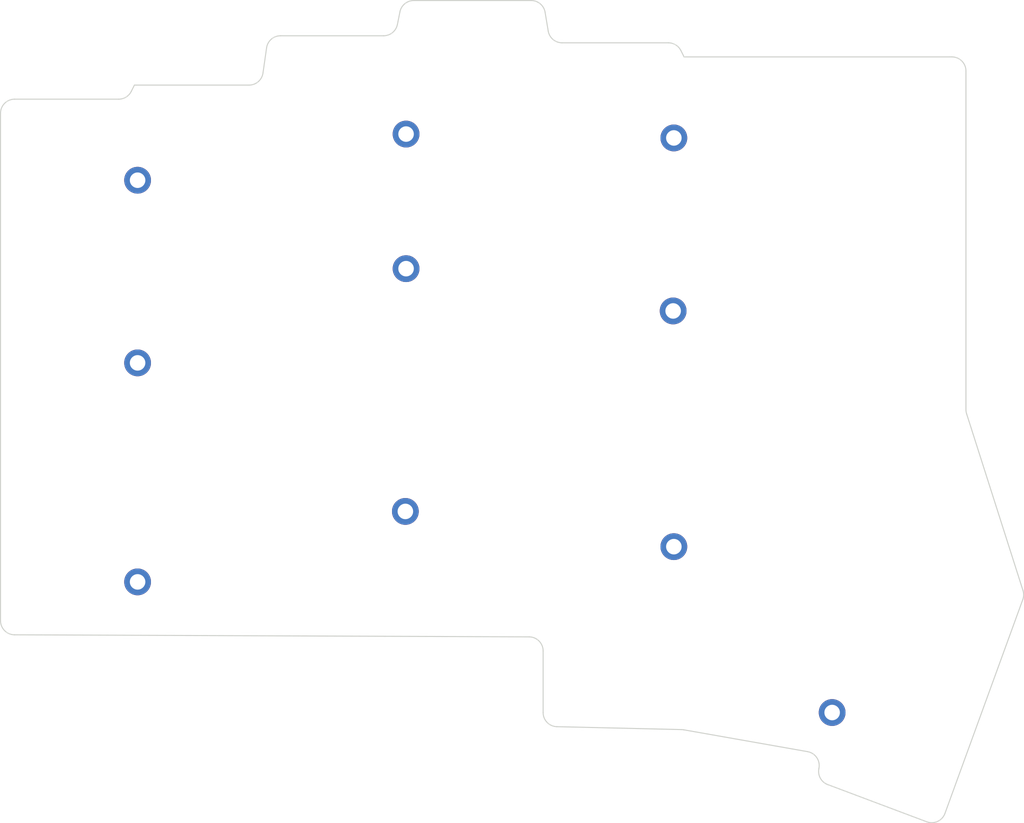
<source format=kicad_pcb>
(kicad_pcb (version 20171130) (host pcbnew 5.1.6)
  (title_block (title "bottom_plate") (rev "v1.0.0") (company "Unknown"))
  (layers (0 F.Cu signal) (31 B.Cu signal) (34 B.Paste user) (35 F.Paste user) (36 B.SilkS user) (37 F.SilkS user) (38 B.Mask user) (39 F.Mask user) (44 Edge.Cuts user))
  (net 0 "")
  (footprint "ceoloide:mounting_hole_plated" (layer "F.Cu") (at 185.55 89 0)
    (property "Reference" "H1" hide)
    (pad "" thru_hole circle (at 0 0 0) (size 3.8000000000000003 3.8000000000000003) (drill 2.2) (layers "*.Cu" "*.Mask"))
  )
  (footprint "ceoloide:mounting_hole_plated" (layer "F.Cu") (at 109.45 95 0)
    (property "Reference" "H2" hide)
    (pad "" thru_hole circle (at 0 0 0) (size 3.8000000000000003 3.8000000000000003) (drill 2.2) (layers "*.Cu" "*.Mask"))
  )
  (footprint "ceoloide:mounting_hole_plated" (layer "F.Cu") (at 109.45 152 0)
    (property "Reference" "H3" hide)
    (pad "" thru_hole circle (at 0 0 0) (size 3.8000000000000003 3.8000000000000003) (drill 2.2) (layers "*.Cu" "*.Mask"))
  )
  (footprint "ceoloide:mounting_hole_plated" (layer "F.Cu") (at 185.55 147 0)
    (property "Reference" "H4" hide)
    (pad "" thru_hole circle (at 0 0 0) (size 3.8000000000000003 3.8000000000000003) (drill 2.2) (layers "*.Cu" "*.Mask"))
  )
  (footprint "ceoloide:mounting_hole_plated" (layer "F.Cu") (at 147.55 107.55 0)
    (property "Reference" "H5" hide)
    (pad "" thru_hole circle (at 0 0 0) (size 3.8000000000000003 3.8000000000000003) (drill 2.2) (layers "*.Cu" "*.Mask"))
  )
  (footprint "ceoloide:mounting_hole_plated" (layer "F.Cu") (at 147.45 142 0)
    (property "Reference" "H6" hide)
    (pad "" thru_hole circle (at 0 0 0) (size 3.8000000000000003 3.8000000000000003) (drill 2.2) (layers "*.Cu" "*.Mask"))
  )
  (footprint "ceoloide:mounting_hole_plated" (layer "F.Cu") (at 208.0127593 170.5387575 70)
    (property "Reference" "H7" hide)
    (pad "" thru_hole circle (at 0 0 70) (size 3.8000000000000003 3.8000000000000003) (drill 2.2) (layers "*.Cu" "*.Mask"))
  )
  (footprint "ceoloide:mounting_hole_plated" (layer "F.Cu") (at 109.45 120.92 0)
    (property "Reference" "H8" hide)
    (pad "" thru_hole circle (at 0 0 0) (size 3.8000000000000003 3.8000000000000003) (drill 2.2) (layers "*.Cu" "*.Mask"))
  )
  (footprint "ceoloide:mounting_hole_plated" (layer "F.Cu") (at 147.55 88.45 0)
    (property "Reference" "H9" hide)
    (pad "" thru_hole circle (at 0 0 0) (size 3.8000000000000003 3.8000000000000003) (drill 2.2) (layers "*.Cu" "*.Mask"))
  )
  (footprint "ceoloide:mounting_hole_plated" (layer "F.Cu") (at 185.45 113.55 0)
    (property "Reference" "H10" hide)
    (pad "" thru_hole circle (at 0 0 0) (size 3.8000000000000003 3.8000000000000003) (drill 2.2) (layers "*.Cu" "*.Mask"))
  )
  (gr_line (start 224.02127808805048 184.85637340929816) (end 235.06722962343716 154.507871046226) (angle 90) (layer Edge.Cuts) (width 0.15))
  (gr_line (start 221.43818768725453 186.04444390861596) (end 207.38724930007172 180.76285618854763) (angle 90) (layer Edge.Cuts) (width 0.15))
  (gr_line (start 206.12133904709276 178.54344892104382) (end 206.14557818063648 178.40598194658537) (angle 90) (layer Edge.Cuts) (width 0.15))
  (gr_line (start 204.52325907762105 176.08907006368668) (end 186.94583666815223 172.9896962797087) (angle 90) (layer Edge.Cuts) (width 0.15))
  (gr_line (start 186.64534368753803 172.95985948511833) (end 168.95319659771522 172.54572055322862) (angle 90) (layer Edge.Cuts) (width 0.15))
  (gr_line (start 167 170.5462682556229) (end 167 161.8019642686883) (angle 90) (layer Edge.Cuts) (width 0.15))
  (gr_line (start 165.00805180000157 159.80198046828573) (end 91.99194819999838 159.5080195317143) (angle 90) (layer Edge.Cuts) (width 0.15))
  (gr_line (start 90 157.50803573131168) (end 90 85.5) (angle 90) (layer Edge.Cuts) (width 0.15))
  (gr_line (start 92 83.5) (end 106.76393200000001 83.5) (angle 90) (layer Edge.Cuts) (width 0.15))
  (gr_line (start 108.55278640000002 82.39442719999997) (end 109 81.5) (angle 90) (layer Edge.Cuts) (width 0.15))
  (gr_line (start 109 81.5) (end 125.26540918571429 81.5) (angle 90) (layer Edge.Cuts) (width 0.15))
  (gr_line (start 127.24530817171429 79.78284279800005) (end 127.75469182828571 76.21715720199995) (angle 90) (layer Edge.Cuts) (width 0.15))
  (gr_line (start 129.73459081428572 74.5) (end 144.36039214 74.5) (angle 90) (layer Edge.Cuts) (width 0.15))
  (gr_line (start 146.32155355923075 72.89223220384622) (end 146.67844644076922 71.1077677961539) (angle 90) (layer Edge.Cuts) (width 0.15))
  (gr_line (start 148.63960786 69.5) (end 165.30574586666668 69.5) (angle 90) (layer Edge.Cuts) (width 0.15))
  (gr_line (start 167.27853366666668 71.171202) (end 167.7214663333333 73.82879799999978) (angle 90) (layer Edge.Cuts) (width 0.15))
  (gr_line (start 169.69425413333332 75.5) (end 184.763932 75.5) (angle 90) (layer Edge.Cuts) (width 0.15))
  (gr_line (start 186.5527864 76.6055728) (end 187 77.5) (angle 90) (layer Edge.Cuts) (width 0.15))
  (gr_line (start 187 77.5) (end 225 77.5) (angle 90) (layer Edge.Cuts) (width 0.15))
  (gr_line (start 227 79.5) (end 227 127.53867255408181) (angle 90) (layer Edge.Cuts) (width 0.15))
  (gr_line (start 227.09463177104203 128.1465967633212) (end 235.09321262025583 153.21590662528888) (angle 90) (layer Edge.Cuts) (width 0.15))
  (gr_arc (start 222.1418929201899 184.1723330209959) (end 221.4381877201899 186.0444438209959) (angle -90.60066727266141) (layer Edge.Cuts) (width 0.15))
  (gr_arc (start 208.09095453300708 178.89074530092765) (end 206.12133903300708 178.54344890092764) (angle -79.39933006130005) (layer Edge.Cuts) (width 0.15))
  (gr_arc (start 204.17596269472207 178.05868556670202) (end 206.14557819472208 178.40598196670203) (angle -89.99999999999237) (layer Edge.Cuts) (width 0.15))
  (gr_arc (start 186.59854028525325 174.95931178272406) (end 186.94583668525325 172.98969628272405) (angle -8.659059680884923) (layer Edge.Cuts) (width 0.15))
  (gr_arc (start 169 170.5462682556229) (end 167 170.5462682556229) (angle -88.65905888823056) (layer Edge.Cuts) (width 0.15))
  (gr_arc (start 165 161.8019642686883) (end 167 161.8019642686883) (angle -89.7693322990669) (layer Edge.Cuts) (width 0.15))
  (gr_arc (start 92 157.50803573131168) (end 90 157.50803573131168) (angle -89.7693322990653) (layer Edge.Cuts) (width 0.15))
  (gr_arc (start 92 85.5) (end 92 83.5) (angle -90) (layer Edge.Cuts) (width 0.15))
  (gr_arc (start 106.76393200000001 81.5) (end 106.76393200000001 83.5) (angle -63.43494882292288) (layer Edge.Cuts) (width 0.15))
  (gr_arc (start 125.26540918571429 79.5) (end 125.26540918571429 81.5) (angle -81.86989521498867) (layer Edge.Cuts) (width 0.15))
  (gr_arc (start 129.73459081428572 76.5) (end 129.73459081428572 74.5) (angle -81.8698952149887) (layer Edge.Cuts) (width 0.15))
  (gr_arc (start 144.36039214 72.5) (end 144.36039214 74.5) (angle -78.69006977330321) (layer Edge.Cuts) (width 0.15))
  (gr_arc (start 148.63960786 71.5) (end 148.63960786 69.5) (angle -78.69006977330653) (layer Edge.Cuts) (width 0.15))
  (gr_arc (start 165.30574586666668 71.5) (end 167.27853366666668 71.171202) (angle -80.53767685003733) (layer Edge.Cuts) (width 0.15))
  (gr_arc (start 169.69425413333332 73.49999999999989) (end 167.72146633333332 73.82879799999989) (angle -80.5376768500407) (layer Edge.Cuts) (width 0.15))
  (gr_arc (start 184.763932 77.5) (end 186.5527864 76.6055728) (angle -63.43494882292201) (layer Edge.Cuts) (width 0.15))
  (gr_arc (start 225 79.5) (end 227 79.5) (angle -90) (layer Edge.Cuts) (width 0.15))
  (gr_arc (start 229 127.53867255408181) (end 227 127.53867255408181) (angle -17.695732691193342) (layer Edge.Cuts) (width 0.15))
  (gr_arc (start 233.18784439129783 153.82383083452817) (end 235.06722969129783 154.50787103452816) (angle -37.695730765846804) (layer Edge.Cuts) (width 0.15))
)
</source>
